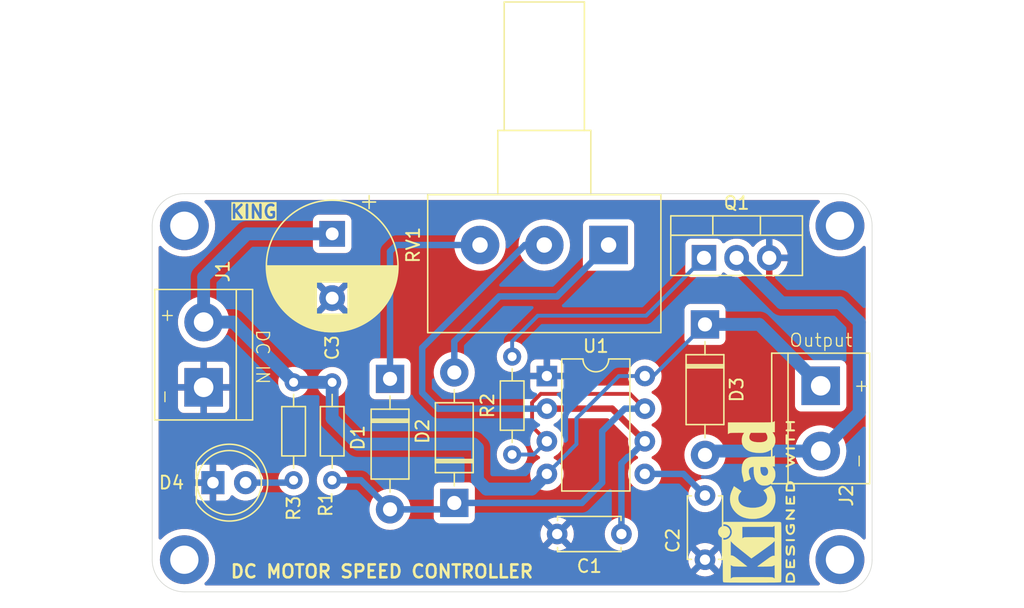
<source format=kicad_pcb>
(kicad_pcb (version 20240108) (generator "pcbnew") (generator_version "8.0")
  (layers (0 "F.Cu" signal) (31 "B.Cu" signal) (34 "B.Paste" user) (35 "F.Paste" user) (36 "B.SilkS" user "B.Silkscreen") (37 "F.SilkS" user "F.Silkscreen") (38 "B.Mask" user) (39 "F.Mask" user) (44 "Edge.Cuts" user))
  (net 0 "")
  (net 1 "Net-(U1-THR)")
  (net 2 "GND")
  (net 3 "Net-(U1-CV)")
  (net 4 "Net-(D3-K)")
  (net 5 "Net-(D1-K)")
  (net 6 "Net-(D1-A)")
  (net 7 "Net-(D2-A)")
  (net 8 "Net-(D3-A)")
  (net 9 "Net-(D4-A)")
  (net 10 "Net-(Q1-B)")
  (footprint "Potentiometer_THT:Potentiometer_Alps_RK163_Single_Horizontal" (layer "F.Cu") (at 120.5 88.5 -90)
    (property "Reference" "RV1" (at 0 15.2 90) (layer "F.SilkS"))
    (property "Value" "100k")
    (pad "1" thru_hole rect (at 0 0 90) (size 3 3) (drill 1.2) (layers "*.Cu" "*.Mask") (net 7 "Net-(D2-A)"))
    (pad "2" thru_hole circle (at 0 5 90) (size 3 3) (drill 1.2) (layers "*.Cu" "*.Mask") (net 1 "Net-(U1-THR)"))
    (pad "3" thru_hole circle (at 0 10 90) (size 3 3) (drill 1.2) (layers "*.Cu" "*.Mask") (net 5 "Net-(D1-K)"))
  )
  (footprint "MountingHole:MountingHole_2.2mm_M2_DIN965_Pad" (layer "F.Cu") (at 138.5 113)
    (property "Reference" "REF**" (hide yes))
    (property "Value" "MountingHole_2.2mm_M2_DIN965_Pad")
    (pad "1" thru_hole circle (at 0 0) (size 3.8 3.8) (drill 2.2) (layers "*.Cu" "*.Mask"))
  )
  (footprint "Capacitor_THT:C_Disc_D4.7mm_W2.5mm_P5.00mm" (layer "F.Cu") (at 121.5 111 180)
    (property "Reference" "C1" (at 2.5 -2.5 0) (layer "F.SilkS"))
    (property "Value" "100nF")
    (pad "1" thru_hole circle (at 0 0 180) (size 1.6 1.6) (drill 0.8) (layers "*.Cu" "*.Mask") (net 1 "Net-(U1-THR)"))
    (pad "2" thru_hole circle (at 5 0 180) (size 1.6 1.6) (drill 0.8) (layers "*.Cu" "*.Mask") (net 2 "GND"))
  )
  (footprint "Resistor_THT:R_Axial_DIN0204_L3.6mm_D1.6mm_P7.62mm_Horizontal" (layer "F.Cu") (at 96 99.19 -90)
    (property "Reference" "R3" (at 9.81 0 90) (layer "F.SilkS"))
    (property "Value" "2.2k")
    (pad "1" thru_hole circle (at 0 0 270) (size 1.4 1.4) (drill 0.7) (layers "*.Cu" "*.Mask") (net 4 "Net-(D3-K)"))
    (pad "2" thru_hole oval (at 7.62 0 270) (size 1.4 1.4) (drill 0.7) (layers "*.Cu" "*.Mask") (net 9 "Net-(D4-A)"))
  )
  (footprint "MountingHole:MountingHole_2.2mm_M2_DIN965_Pad" (layer "F.Cu") (at 87.5 113)
    (property "Reference" "REF**" (hide yes))
    (property "Value" "MountingHole_2.2mm_M2_DIN965_Pad")
    (pad "1" thru_hole circle (at 0 0) (size 3.8 3.8) (drill 2.2) (layers "*.Cu" "*.Mask"))
  )
  (footprint "LED_THT:LED_D5.0mm" (layer "F.Cu") (at 89.725 107)
    (property "Reference" "D4" (at -3.225 0 0) (layer "F.SilkS"))
    (property "Value" "LED")
    (pad "1" thru_hole rect (at 0 0) (size 1.8 1.8) (drill 0.9) (layers "*.Cu" "*.Mask") (net 2 "GND"))
    (pad "2" thru_hole circle (at 2.54 0) (size 1.8 1.8) (drill 0.9) (layers "*.Cu" "*.Mask") (net 9 "Net-(D4-A)"))
  )
  (footprint "Symbol:KiCad-Logo2_5mm_SilkScreen" (layer "F.Cu") (at 132 108.5 90)
    (property "Reference" "REF**" (hide yes))
    (property "Value" "KiCad-Logo2_5mm_SilkScreen" (hide yes))
  )
  (footprint "TerminalBlock:TerminalBlock_bornier-2_P5.08mm" (layer "F.Cu") (at 89 99.58 90)
    (property "Reference" "J1" (at 9.04 1.5 90) (layer "F.SilkS"))
    (property "Value" "Screw_Terminal_01x02")
    (pad "1" thru_hole rect (at 0 0 90) (size 3 3) (drill 1.52) (layers "*.Cu" "*.Mask") (net 2 "GND"))
    (pad "2" thru_hole circle (at 5.08 0 90) (size 3 3) (drill 1.52) (layers "*.Cu" "*.Mask") (net 4 "Net-(D3-K)"))
  )
  (footprint "Capacitor_THT:C_Disc_D4.7mm_W2.5mm_P5.00mm" (layer "F.Cu") (at 128 108 -90)
    (property "Reference" "C2" (at 3.5 2.5 90) (layer "F.SilkS"))
    (property "Value" "100nF")
    (pad "1" thru_hole circle (at 0 0 270) (size 1.6 1.6) (drill 0.8) (layers "*.Cu" "*.Mask") (net 3 "Net-(U1-CV)"))
    (pad "2" thru_hole circle (at 5 0 270) (size 1.6 1.6) (drill 0.8) (layers "*.Cu" "*.Mask") (net 2 "GND"))
  )
  (footprint "Capacitor_THT:CP_Radial_D10.0mm_P5.00mm" (layer "F.Cu") (at 99 87.632323 -90)
    (property "Reference" "C3" (at 8.867677 0 90) (layer "F.SilkS"))
    (property "Value" "1000mF")
    (pad "1" thru_hole rect (at 0 0 270) (size 2 2) (drill 1) (layers "*.Cu" "*.Mask") (net 4 "Net-(D3-K)"))
    (pad "2" thru_hole circle (at 5 0 270) (size 2 2) (drill 1) (layers "*.Cu" "*.Mask") (net 2 "GND"))
  )
  (footprint "Diode_THT:D_DO-41_SOD81_P10.16mm_Horizontal" (layer "F.Cu") (at 128 94.68 -90)
    (property "Reference" "D3" (at 5.08 -2.47 90) (layer "F.SilkS"))
    (property "Value" "1N4007")
    (pad "1" thru_hole rect (at 0 0 270) (size 2.2 2.2) (drill 1.1) (layers "*.Cu" "*.Mask") (net 4 "Net-(D3-K)"))
    (pad "2" thru_hole oval (at 10.16 0 270) (size 2.2 2.2) (drill 1.1) (layers "*.Cu" "*.Mask") (net 8 "Net-(D3-A)"))
  )
  (footprint "Resistor_THT:R_Axial_DIN0204_L3.6mm_D1.6mm_P7.62mm_Horizontal" (layer "F.Cu") (at 113 104.81 90)
    (property "Reference" "R2" (at 3.81 -1.92 90) (layer "F.SilkS"))
    (property "Value" "1k")
    (pad "1" thru_hole circle (at 0 0 90) (size 1.4 1.4) (drill 0.7) (layers "*.Cu" "*.Mask") (net 6 "Net-(D1-A)"))
    (pad "2" thru_hole oval (at 7.62 0 90) (size 1.4 1.4) (drill 0.7) (layers "*.Cu" "*.Mask") (net 10 "Net-(Q1-B)"))
  )
  (footprint "MountingHole:MountingHole_2.2mm_M2_DIN965_Pad" (layer "F.Cu") (at 87.5 87)
    (property "Reference" "REF**" (hide yes))
    (property "Value" "MountingHole_2.2mm_M2_DIN965_Pad")
    (pad "1" thru_hole circle (at 0 0) (size 3.8 3.8) (drill 2.2) (layers "*.Cu" "*.Mask"))
  )
  (footprint "Diode_THT:D_DO-41_SOD81_P10.16mm_Horizontal" (layer "F.Cu") (at 108.5 108.58 90)
    (property "Reference" "D2" (at 5.58 -2.47 90) (layer "F.SilkS"))
    (property "Value" "1N4007")
    (pad "1" thru_hole rect (at 0 0 90) (size 2.2 2.2) (drill 1.1) (layers "*.Cu" "*.Mask") (net 6 "Net-(D1-A)"))
    (pad "2" thru_hole oval (at 10.16 0 90) (size 2.2 2.2) (drill 1.1) (layers "*.Cu" "*.Mask") (net 7 "Net-(D2-A)"))
  )
  (footprint "Package_DIP:DIP-8_W7.62mm" (layer "F.Cu") (at 115.7 98.7)
    (property "Reference" "U1" (at 3.81 -2.33 0) (layer "F.SilkS"))
    (property "Value" "NE555P")
    (pad "1" thru_hole rect (at 0 0) (size 1.6 1.6) (drill 0.8) (layers "*.Cu" "*.Mask") (net 2 "GND"))
    (pad "2" thru_hole oval (at 0 2.54) (size 1.6 1.6) (drill 0.8) (layers "*.Cu" "*.Mask") (net 1 "Net-(U1-THR)"))
    (pad "3" thru_hole oval (at 0 5.08) (size 1.6 1.6) (drill 0.8) (layers "*.Cu" "*.Mask") (net 6 "Net-(D1-A)"))
    (pad "4" thru_hole oval (at 0 7.62) (size 1.6 1.6) (drill 0.8) (layers "*.Cu" "*.Mask") (net 4 "Net-(D3-K)"))
    (pad "5" thru_hole oval (at 7.62 7.62) (size 1.6 1.6) (drill 0.8) (layers "*.Cu" "*.Mask") (net 3 "Net-(U1-CV)"))
    (pad "6" thru_hole oval (at 7.62 5.08) (size 1.6 1.6) (drill 0.8) (layers "*.Cu" "*.Mask") (net 1 "Net-(U1-THR)"))
    (pad "7" thru_hole oval (at 7.62 2.54) (size 1.6 1.6) (drill 0.8) (layers "*.Cu" "*.Mask") (net 6 "Net-(D1-A)"))
    (pad "8" thru_hole oval (at 7.62 0) (size 1.6 1.6) (drill 0.8) (layers "*.Cu" "*.Mask") (net 4 "Net-(D3-K)"))
  )
  (footprint "Resistor_THT:R_Axial_DIN0204_L3.6mm_D1.6mm_P7.62mm_Horizontal" (layer "F.Cu") (at 99 99.19 -90)
    (property "Reference" "R1" (at 9.5 0.5 90) (layer "F.SilkS"))
    (property "Value" "1k")
    (pad "1" thru_hole circle (at 0 0 270) (size 1.4 1.4) (drill 0.7) (layers "*.Cu" "*.Mask") (net 4 "Net-(D3-K)"))
    (pad "2" thru_hole oval (at 7.62 0 270) (size 1.4 1.4) (drill 0.7) (layers "*.Cu" "*.Mask") (net 6 "Net-(D1-A)"))
  )
  (footprint "MountingHole:MountingHole_2.2mm_M2_DIN965_Pad" (layer "F.Cu") (at 138.5 87)
    (property "Reference" "REF**" (hide yes))
    (property "Value" "MountingHole_2.2mm_M2_DIN965_Pad")
    (pad "1" thru_hole circle (at 0 0) (size 3.8 3.8) (drill 2.2) (layers "*.Cu" "*.Mask"))
  )
  (footprint "Diode_THT:D_DO-41_SOD81_P10.16mm_Horizontal" (layer "F.Cu") (at 103.5 98.92 -90)
    (property "Reference" "D1" (at 4.58 2.5 90) (layer "F.SilkS"))
    (property "Value" "1N4007")
    (pad "1" thru_hole rect (at 0 0 270) (size 2.2 2.2) (drill 1.1) (layers "*.Cu" "*.Mask") (net 5 "Net-(D1-K)"))
    (pad "2" thru_hole oval (at 10.16 0 270) (size 2.2 2.2) (drill 1.1) (layers "*.Cu" "*.Mask") (net 6 "Net-(D1-A)"))
  )
  (footprint "Package_TO_SOT_THT:TO-220-3_Vertical" (layer "F.Cu") (at 127.92 89.5)
    (property "Reference" "Q1" (at 2.54 -4.27 0) (layer "F.SilkS"))
    (property "Value" "TIP122")
    (pad "1" thru_hole rect (at 0 0) (size 1.905 2) (drill 1.1) (layers "*.Cu" "*.Mask") (net 10 "Net-(Q1-B)"))
    (pad "2" thru_hole oval (at 2.54 0) (size 1.905 2) (drill 1.1) (layers "*.Cu" "*.Mask") (net 8 "Net-(D3-A)"))
    (pad "3" thru_hole oval (at 5.08 0) (size 1.905 2) (drill 1.1) (layers "*.Cu" "*.Mask") (net 2 "GND"))
  )
  (footprint "TerminalBlock:TerminalBlock_bornier-2_P5.08mm" (layer "F.Cu") (at 137 99.46 -90)
    (property "Reference" "J2" (at 8.54 -2 90) (layer "F.SilkS"))
    (property "Value" "Screw_Terminal_01x02")
    (pad "1" thru_hole rect (at 0 0 270) (size 3 3) (drill 1.52) (layers "*.Cu" "*.Mask") (net 4 "Net-(D3-K)"))
    (pad "2" thru_hole circle (at 5.08 0 270) (size 3 3) (drill 1.52) (layers "*.Cu" "*.Mask") (net 8 "Net-(D3-A)"))
  )
  (gr_line (start 141 87) (end 141 113) (stroke (width 0.05)) (layer "Edge.Cuts"))
  (gr_arc (start 85 87) (mid 85.732233 85.232233) (end 87.5 84.5) (stroke (width 0.05)) (layer "Edge.Cuts"))
  (gr_line (start 85 113) (end 85 87) (stroke (width 0.05)) (layer "Edge.Cuts"))
  (gr_arc (start 138.5 84.5) (mid 140.267767 85.232233) (end 141 87) (stroke (width 0.05)) (layer "Edge.Cuts"))
  (gr_arc (start 87.5 115.5) (mid 85.732233 114.767767) (end 85 113) (stroke (width 0.05)) (layer "Edge.Cuts"))
  (gr_arc (start 141 113) (mid 140.267767 114.767767) (end 138.5 115.5) (stroke (width 0.05)) (layer "Edge.Cuts"))
  (gr_line (start 138.5 115.5) (end 87.5 115.5) (stroke (width 0.05)) (layer "Edge.Cuts"))
  (gr_line (start 87.5 84.5) (end 138.5 84.5) (stroke (width 0.05)) (layer "Edge.Cuts"))
  (gr_text "Output" (at 134.5 96.5 0) (layer "F.SilkS") (effects (font (size 1 1) (thickness 0.1)) (justify left bottom)))
  (gr_text "DC IN" (at 93 95 -90) (layer "F.SilkS") (effects (font (size 1 1) (thickness 0.1)) (justify left bottom)))
  (gr_text "-" (at 140.5 106 90) (layer "F.SilkS") (effects (font (size 1 1) (thickness 0.1)) (justify left bottom)))
  (gr_text "DC MOTOR SPEED CONTROLLER" (at 91 114.5 0) (layer "F.SilkS") (effects (font (size 1 1) (thickness 0.2) (bold yes)) (justify left bottom)))
  (gr_text "KING" (at 91 86.5 0) (layer "F.SilkS" knockout) (effects (font (size 1 1) (thickness 0.2) (bold yes)) (justify left bottom)))
  (gr_text "-" (at 86.5 101 90) (layer "F.SilkS") (effects (font (size 1 1) (thickness 0.1)) (justify left bottom)))
  (gr_text "+" (at 85.5 94.5 0) (layer "F.SilkS") (effects (font (size 1 1) (thickness 0.1)) (justify left bottom)))
  (gr_text "+" (at 139.5 100 0) (layer "F.SilkS") (effects (font (size 1 1) (thickness 0.1)) (justify left bottom)))
  (segment (start 120.78 101.24) (end 123.32 103.78) (width 0.5) (layer "F.Cu") (net 1))
  (segment (start 115.7 101.24) (end 120.78 101.24) (width 0.5) (layer "F.Cu") (net 1))
  (segment (start 122.1 105) (end 123.32 103.78) (width 0.5) (layer "B.Cu") (net 1))
  (segment (start 114 88.5) (end 106 96.5) (width 0.5) (layer "B.Cu") (net 1))
  (segment (start 121.5 111) (end 121.5 105.5) (width 0.5) (layer "B.Cu") (net 1))
  (segment (start 121.5 105.5) (end 122 105) (width 0.5) (layer "B.Cu") (net 1))
  (segment (start 106 96.5) (end 106 100) (width 0.5) (layer "B.Cu") (net 1))
  (segment (start 107.24 101.24) (end 115.7 101.24) (width 0.5) (layer "B.Cu") (net 1))
  (segment (start 122 105) (end 122.1 105) (width 0.5) (layer "B.Cu") (net 1))
  (segment (start 115.5 88.5) (end 114 88.5) (width 0.5) (layer "B.Cu") (net 1))
  (segment (start 106 100) (end 107.24 101.24) (width 0.5) (layer "B.Cu") (net 1))
  (segment (start 123.32 106.32) (end 126.32 106.32) (width 0.5) (layer "B.Cu") (net 3))
  (segment (start 126.32 106.32) (end 128 108) (width 0.5) (layer "B.Cu") (net 3))
  (segment (start 123.32 98.7) (end 123.98 98.7) (width 0.3) (layer "B.Cu") (net 4))
  (segment (start 114.52 107.5) (end 115.7 106.32) (width 1) (layer "B.Cu") (net 4))
  (segment (start 89 94.5) (end 89 91) (width 1) (layer "B.Cu") (net 4))
  (segment (start 118 104) (end 117.5 104.5) (width 0.3) (layer "B.Cu") (net 4))
  (segment (start 128 94.68) (end 132.22 94.68) (width 1) (layer "B.Cu") (net 4))
  (segment (start 117.5 104.5) (end 117.5 104.52) (width 0.3) (layer "B.Cu") (net 4))
  (segment (start 89 94.5) (end 91.31 94.5) (width 1) (layer "B.Cu") (net 4))
  (segment (start 91.31 94.5) (end 96 99.19) (width 1) (layer "B.Cu") (net 4))
  (segment (start 110 104) (end 110.3 104.3) (width 1) (layer "B.Cu") (net 4))
  (segment (start 117.5 104.52) (end 115.7 106.32) (width 0.3) (layer "B.Cu") (net 4))
  (segment (start 101 104) (end 110 104) (width 1) (layer "B.Cu") (net 4))
  (segment (start 132.22 94.68) (end 137 99.46) (width 1) (layer "B.Cu") (net 4))
  (segment (start 111 107.5) (end 114.52 107.5) (width 1) (layer "B.Cu") (net 4))
  (segment (start 118 102) (end 118 104) (width 0.3) (layer "B.Cu") (net 4))
  (segment (start 89 91) (end 92.367677 87.632323) (width 1) (layer "B.Cu") (net 4))
  (segment (start 123.32 98.7) (end 121.3 98.7) (width 0.3) (layer "B.Cu") (net 4))
  (segment (start 110.3 106.8) (end 111 107.5) (width 1) (layer "B.Cu") (net 4))
  (segment (start 110.3 104.3) (end 110.3 106.8) (width 1) (layer "B.Cu") (net 4))
  (segment (start 96 99.19) (end 99 99.19) (width 1) (layer "B.Cu") (net 4))
  (segment (start 123.98 98.7) (end 128 94.68) (width 0.3) (layer "B.Cu") (net 4))
  (segment (start 92.367677 87.632323) (end 99 87.632323) (width 1) (layer "B.Cu") (net 4))
  (segment (start 99 102) (end 101 104) (width 1) (layer "B.Cu") (net 4))
  (segment (start 99 99.19) (end 99 102) (width 1) (layer "B.Cu") (net 4))
  (segment (start 121.3 98.7) (end 118 102) (width 0.3) (layer "B.Cu") (net 4))
  (segment (start 104 88.5) (end 103.5 89) (width 0.5) (layer "B.Cu") (net 5))
  (segment (start 103.5 89) (end 103.5 98.92) (width 0.5) (layer "B.Cu") (net 5))
  (segment (start 110.5 88.5) (end 104 88.5) (width 0.5) (layer "B.Cu") (net 5))
  (segment (start 114.55 102.63) (end 114.55 100.763654) (width 0.3) (layer "F.Cu") (net 6))
  (segment (start 114.55 100.763654) (end 115.223654 100.09) (width 0.3) (layer "F.Cu") (net 6))
  (segment (start 115.7 103.78) (end 114.55 102.63) (width 0.3) (layer "F.Cu") (net 6))
  (segment (start 122.17 100.09) (end 123.32 101.24) (width 0.3) (layer "F.Cu") (net 6))
  (segment (start 115.223654 100.09) (end 122.17 100.09) (width 0.3) (layer "F.Cu") (net 6))
  (segment (start 121.76 101.24) (end 123.32 101.24) (width 0.5) (layer "B.Cu") (net 6))
  (segment (start 99 106.81) (end 101.23 106.81) (width 0.5) (layer "B.Cu") (net 6))
  (segment (start 108.5 108.58) (end 118.42 108.58) (width 0.5) (layer "B.Cu") (net 6))
  (segment (start 114.67 104.81) (end 115.7 103.78) (width 0.3) (layer "B.Cu") (net 6))
  (segment (start 101.23 106.81) (end 103.5 109.08) (width 0.5) (layer "B.Cu") (net 6))
  (segment (start 120 103) (end 121.76 101.24) (width 0.5) (layer "B.Cu") (net 6))
  (segment (start 113 104.81) (end 114.67 104.81) (width 0.3) (layer "B.Cu") (net 6))
  (segment (start 108 109.08) (end 108.5 108.58) (width 0.5) (layer "B.Cu") (net 6))
  (segment (start 103.5 109.08) (end 108 109.08) (width 0.5) (layer "B.Cu") (net 6))
  (segment (start 118.42 108.58) (end 120 107) (width 0.5) (layer "B.Cu") (net 6))
  (segment (start 120 107) (end 120 103) (width 0.5) (layer "B.Cu") (net 6))
  (segment (start 112 92.5) (end 108.5 96) (width 0.5) (layer "B.Cu") (net 7))
  (segment (start 116.5 92.5) (end 112 92.5) (width 0.5) (layer "B.Cu") (net 7))
  (segment (start 120.5 88.5) (end 116.5 92.5) (width 0.5) (layer "B.Cu") (net 7))
  (segment (start 108.5 96) (end 108.5 98.42) (width 0.5) (layer "B.Cu") (net 7))
  (segment (start 128.3 104.54) (end 128 104.84) (width 1) (layer "B.Cu") (net 8))
  (segment (start 140 101.54) (end 137 104.54) (width 1) (layer "B.Cu") (net 8))
  (segment (start 140 94.5) (end 140 101.54) (width 1) (layer "B.Cu") (net 8))
  (segment (start 133.96 93) (end 138.5 93) (width 1) (layer "B.Cu") (net 8))
  (segment (start 130.46 89.5) (end 133.96 93) (width 1) (layer "B.Cu") (net 8))
  (segment (start 138.5 93) (end 140 94.5) (width 1) (layer "B.Cu") (net 8))
  (segment (start 137 104.54) (end 128.3 104.54) (width 1) (layer "B.Cu") (net 8))
  (segment (start 92.265 107) (end 95.81 107) (width 0.5) (layer "B.Cu") (net 9))
  (segment (start 95.81 107) (end 96 106.81) (width 0.5) (layer "B.Cu") (net 9))
  (segment (start 113 97.19) (end 113 96) (width 0.3) (layer "B.Cu") (net 10))
  (segment (start 123.42 94) (end 127.92 89.5) (width 0.3) (layer "B.Cu") (net 10))
  (segment (start 113 96) (end 115 94) (width 0.3) (layer "B.Cu") (net 10))
  (segment (start 115 94) (end 123.42 94) (width 0.3) (layer "B.Cu") (net 10))
  (zone (net 2) (net_name "GND") (layers "F&B.Cu") (connect_pads (clearance 0.5)) (min_thickness 0.25) (fill yes (thermal_gap 0.5) (thermal_bridge_width 0.5))
    (polygon (pts (xy 84.5 84) (xy 141.5 84) (xy 141.5 116.5) (xy 84.5 116.5)))
  )
)
</source>
